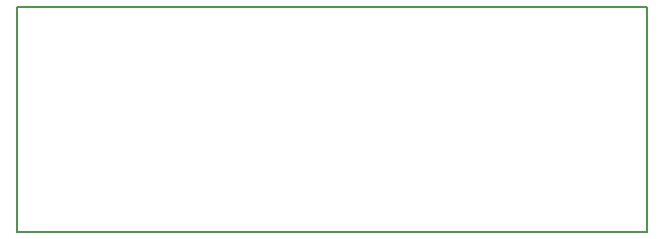
<source format=gko>
%FSTAX23Y23*%
%MOIN*%
%SFA1B1*%

%IPPOS*%
%ADD14C,0.008000*%
%LNzx-joy-1*%
%LPD*%
G54D14*
X0Y0D02*
Y0075D01*
X021*
X0Y0D02*
X021D01*
Y0075*
M02*
</source>
